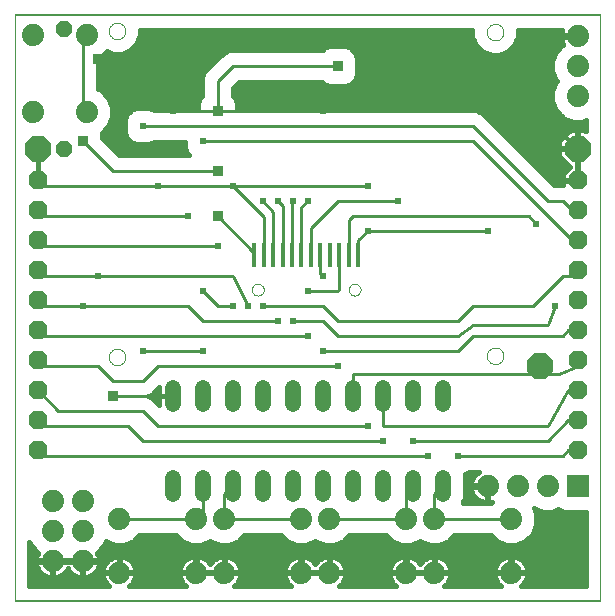
<source format=gtl>
G75*
G70*
%OFA0B0*%
%FSLAX24Y24*%
%IPPOS*%
%LPD*%
%AMOC8*
5,1,8,0,0,1.08239X$1,22.5*
%
%ADD10C,0.0000*%
%ADD11R,0.0157X0.0787*%
%ADD12OC8,0.0630*%
%ADD13OC8,0.0850*%
%ADD14C,0.0520*%
%ADD15C,0.0740*%
%ADD16R,0.0740X0.0740*%
%ADD17OC8,0.0520*%
%ADD18C,0.0100*%
%ADD19R,0.0240X0.0240*%
%ADD20C,0.0160*%
%ADD21R,0.0317X0.0317*%
%ADD22R,0.0356X0.0356*%
D10*
X000736Y000100D02*
X000736Y019663D01*
X020252Y019663D01*
X020250Y019628D02*
X020250Y000128D01*
X000750Y000128D01*
X000750Y019628D01*
X020250Y019628D01*
X016477Y019071D02*
X016479Y019104D01*
X016485Y019136D01*
X016494Y019167D01*
X016507Y019197D01*
X016524Y019225D01*
X016544Y019251D01*
X016567Y019275D01*
X016592Y019295D01*
X016620Y019313D01*
X016649Y019327D01*
X016680Y019337D01*
X016712Y019344D01*
X016745Y019347D01*
X016778Y019346D01*
X016810Y019341D01*
X016841Y019332D01*
X016872Y019320D01*
X016900Y019304D01*
X016927Y019285D01*
X016951Y019263D01*
X016972Y019238D01*
X016991Y019211D01*
X017006Y019182D01*
X017017Y019152D01*
X017025Y019120D01*
X017029Y019087D01*
X017029Y019055D01*
X017025Y019022D01*
X017017Y018990D01*
X017006Y018960D01*
X016991Y018931D01*
X016972Y018904D01*
X016951Y018879D01*
X016927Y018857D01*
X016900Y018838D01*
X016872Y018822D01*
X016841Y018810D01*
X016810Y018801D01*
X016778Y018796D01*
X016745Y018795D01*
X016712Y018798D01*
X016680Y018805D01*
X016649Y018815D01*
X016620Y018829D01*
X016592Y018847D01*
X016567Y018867D01*
X016544Y018891D01*
X016524Y018917D01*
X016507Y018945D01*
X016494Y018975D01*
X016485Y019006D01*
X016479Y019038D01*
X016477Y019071D01*
X011871Y010489D02*
X011873Y010516D01*
X011879Y010543D01*
X011888Y010569D01*
X011901Y010593D01*
X011917Y010616D01*
X011936Y010635D01*
X011958Y010652D01*
X011982Y010666D01*
X012007Y010676D01*
X012034Y010683D01*
X012061Y010686D01*
X012089Y010685D01*
X012116Y010680D01*
X012142Y010672D01*
X012166Y010660D01*
X012189Y010644D01*
X012210Y010626D01*
X012227Y010605D01*
X012242Y010581D01*
X012253Y010556D01*
X012261Y010530D01*
X012265Y010503D01*
X012265Y010475D01*
X012261Y010448D01*
X012253Y010422D01*
X012242Y010397D01*
X012227Y010373D01*
X012210Y010352D01*
X012189Y010334D01*
X012167Y010318D01*
X012142Y010306D01*
X012116Y010298D01*
X012089Y010293D01*
X012061Y010292D01*
X012034Y010295D01*
X012007Y010302D01*
X011982Y010312D01*
X011958Y010326D01*
X011936Y010343D01*
X011917Y010362D01*
X011901Y010385D01*
X011888Y010409D01*
X011879Y010435D01*
X011873Y010462D01*
X011871Y010489D01*
X008643Y010489D02*
X008645Y010516D01*
X008651Y010543D01*
X008660Y010569D01*
X008673Y010593D01*
X008689Y010616D01*
X008708Y010635D01*
X008730Y010652D01*
X008754Y010666D01*
X008779Y010676D01*
X008806Y010683D01*
X008833Y010686D01*
X008861Y010685D01*
X008888Y010680D01*
X008914Y010672D01*
X008938Y010660D01*
X008961Y010644D01*
X008982Y010626D01*
X008999Y010605D01*
X009014Y010581D01*
X009025Y010556D01*
X009033Y010530D01*
X009037Y010503D01*
X009037Y010475D01*
X009033Y010448D01*
X009025Y010422D01*
X009014Y010397D01*
X008999Y010373D01*
X008982Y010352D01*
X008961Y010334D01*
X008939Y010318D01*
X008914Y010306D01*
X008888Y010298D01*
X008861Y010293D01*
X008833Y010292D01*
X008806Y010295D01*
X008779Y010302D01*
X008754Y010312D01*
X008730Y010326D01*
X008708Y010343D01*
X008689Y010362D01*
X008673Y010385D01*
X008660Y010409D01*
X008651Y010435D01*
X008645Y010462D01*
X008643Y010489D01*
X003879Y008245D02*
X003881Y008278D01*
X003887Y008310D01*
X003896Y008341D01*
X003909Y008371D01*
X003926Y008399D01*
X003946Y008425D01*
X003969Y008449D01*
X003994Y008469D01*
X004022Y008487D01*
X004051Y008501D01*
X004082Y008511D01*
X004114Y008518D01*
X004147Y008521D01*
X004180Y008520D01*
X004212Y008515D01*
X004243Y008506D01*
X004274Y008494D01*
X004302Y008478D01*
X004329Y008459D01*
X004353Y008437D01*
X004374Y008412D01*
X004393Y008385D01*
X004408Y008356D01*
X004419Y008326D01*
X004427Y008294D01*
X004431Y008261D01*
X004431Y008229D01*
X004427Y008196D01*
X004419Y008164D01*
X004408Y008134D01*
X004393Y008105D01*
X004374Y008078D01*
X004353Y008053D01*
X004329Y008031D01*
X004302Y008012D01*
X004274Y007996D01*
X004243Y007984D01*
X004212Y007975D01*
X004180Y007970D01*
X004147Y007969D01*
X004114Y007972D01*
X004082Y007979D01*
X004051Y007989D01*
X004022Y008003D01*
X003994Y008021D01*
X003969Y008041D01*
X003946Y008065D01*
X003926Y008091D01*
X003909Y008119D01*
X003896Y008149D01*
X003887Y008180D01*
X003881Y008212D01*
X003879Y008245D01*
X000736Y000100D02*
X020252Y000100D01*
X016477Y008284D02*
X016479Y008317D01*
X016485Y008349D01*
X016494Y008380D01*
X016507Y008410D01*
X016524Y008438D01*
X016544Y008464D01*
X016567Y008488D01*
X016592Y008508D01*
X016620Y008526D01*
X016649Y008540D01*
X016680Y008550D01*
X016712Y008557D01*
X016745Y008560D01*
X016778Y008559D01*
X016810Y008554D01*
X016841Y008545D01*
X016872Y008533D01*
X016900Y008517D01*
X016927Y008498D01*
X016951Y008476D01*
X016972Y008451D01*
X016991Y008424D01*
X017006Y008395D01*
X017017Y008365D01*
X017025Y008333D01*
X017029Y008300D01*
X017029Y008268D01*
X017025Y008235D01*
X017017Y008203D01*
X017006Y008173D01*
X016991Y008144D01*
X016972Y008117D01*
X016951Y008092D01*
X016927Y008070D01*
X016900Y008051D01*
X016872Y008035D01*
X016841Y008023D01*
X016810Y008014D01*
X016778Y008009D01*
X016745Y008008D01*
X016712Y008011D01*
X016680Y008018D01*
X016649Y008028D01*
X016620Y008042D01*
X016592Y008060D01*
X016567Y008080D01*
X016544Y008104D01*
X016524Y008130D01*
X016507Y008158D01*
X016494Y008188D01*
X016485Y008219D01*
X016479Y008251D01*
X016477Y008284D01*
X003879Y019111D02*
X003881Y019144D01*
X003887Y019176D01*
X003896Y019207D01*
X003909Y019237D01*
X003926Y019265D01*
X003946Y019291D01*
X003969Y019315D01*
X003994Y019335D01*
X004022Y019353D01*
X004051Y019367D01*
X004082Y019377D01*
X004114Y019384D01*
X004147Y019387D01*
X004180Y019386D01*
X004212Y019381D01*
X004243Y019372D01*
X004274Y019360D01*
X004302Y019344D01*
X004329Y019325D01*
X004353Y019303D01*
X004374Y019278D01*
X004393Y019251D01*
X004408Y019222D01*
X004419Y019192D01*
X004427Y019160D01*
X004431Y019127D01*
X004431Y019095D01*
X004427Y019062D01*
X004419Y019030D01*
X004408Y019000D01*
X004393Y018971D01*
X004374Y018944D01*
X004353Y018919D01*
X004329Y018897D01*
X004302Y018878D01*
X004274Y018862D01*
X004243Y018850D01*
X004212Y018841D01*
X004180Y018836D01*
X004147Y018835D01*
X004114Y018838D01*
X004082Y018845D01*
X004051Y018855D01*
X004022Y018869D01*
X003994Y018887D01*
X003969Y018907D01*
X003946Y018931D01*
X003926Y018957D01*
X003909Y018985D01*
X003896Y019015D01*
X003887Y019046D01*
X003881Y019078D01*
X003879Y019111D01*
D11*
X008721Y011631D03*
X009036Y011631D03*
X009351Y011631D03*
X009666Y011631D03*
X009981Y011631D03*
X010296Y011631D03*
X010611Y011631D03*
X010926Y011631D03*
X011241Y011631D03*
X011556Y011631D03*
X011871Y011631D03*
X012186Y011631D03*
D12*
X019500Y012128D03*
X019500Y013128D03*
X019500Y014128D03*
X019500Y011128D03*
X019500Y010128D03*
X019500Y009128D03*
X019500Y008128D03*
X019500Y007128D03*
X019500Y006128D03*
X019500Y005128D03*
X001500Y005128D03*
X001500Y006128D03*
X001500Y007128D03*
X001500Y008128D03*
X001500Y009128D03*
X001500Y010128D03*
X001500Y011128D03*
X001500Y012128D03*
X001500Y013128D03*
X001500Y014128D03*
D13*
X001500Y015193D03*
X018250Y007943D03*
X019500Y015193D03*
D14*
X014998Y007203D02*
X014998Y006683D01*
X013998Y006683D02*
X013998Y007203D01*
X012998Y007203D02*
X012998Y006683D01*
X011998Y006683D02*
X011998Y007203D01*
X010998Y007203D02*
X010998Y006683D01*
X009998Y006683D02*
X009998Y007203D01*
X008998Y007203D02*
X008998Y006683D01*
X007998Y006683D02*
X007998Y007203D01*
X006998Y007203D02*
X006998Y006683D01*
X005998Y006683D02*
X005998Y007203D01*
X005998Y004203D02*
X005998Y003683D01*
X006998Y003683D02*
X006998Y004203D01*
X007998Y004203D02*
X007998Y003683D01*
X008998Y003683D02*
X008998Y004203D01*
X009998Y004203D02*
X009998Y003683D01*
X010998Y003683D02*
X010998Y004203D01*
X011998Y004203D02*
X011998Y003683D01*
X012998Y003683D02*
X012998Y004203D01*
X013998Y004203D02*
X013998Y003683D01*
X014998Y003683D02*
X014998Y004203D01*
D15*
X014720Y002833D03*
X013780Y002833D03*
X013780Y001053D03*
X014720Y001053D03*
X017280Y001053D03*
X017280Y002833D03*
X017500Y003943D03*
X016500Y003943D03*
X018500Y003943D03*
X011220Y002833D03*
X010280Y002833D03*
X010280Y001053D03*
X011220Y001053D03*
X007720Y001053D03*
X006780Y001053D03*
X006780Y002833D03*
X007720Y002833D03*
X004220Y002833D03*
X003000Y002443D03*
X003000Y003443D03*
X002000Y003443D03*
X002000Y002443D03*
X002000Y001443D03*
X003000Y001443D03*
X004220Y001053D03*
X003140Y016413D03*
X001360Y016413D03*
X001360Y018973D03*
X003140Y018973D03*
X019500Y018943D03*
X019500Y017943D03*
X019500Y016943D03*
D16*
X019500Y003943D03*
D17*
X002375Y015193D03*
X002375Y019193D03*
D18*
X003000Y018833D02*
X003000Y016443D01*
X003110Y016443D01*
X003140Y016413D01*
X003000Y015443D02*
X004000Y014443D01*
X007500Y014443D01*
X008000Y013943D02*
X005500Y013943D01*
X001500Y013943D01*
X001500Y014128D01*
X001500Y013128D02*
X001685Y012943D01*
X006500Y012943D01*
X007500Y012943D02*
X008721Y011721D01*
X008721Y011631D01*
X009036Y011631D02*
X009036Y012906D01*
X008000Y013943D01*
X012500Y013943D01*
X011500Y013443D02*
X013500Y013443D01*
X012500Y012443D02*
X016500Y012443D01*
X017875Y012943D02*
X018125Y012693D01*
X018112Y012693D01*
X017875Y012943D02*
X012000Y012943D01*
X011871Y012814D01*
X011871Y011631D01*
X012186Y011631D02*
X012186Y012129D01*
X012500Y012443D01*
X011556Y011631D02*
X011556Y010499D01*
X011500Y010443D01*
X010500Y010443D01*
X011000Y010943D02*
X010926Y011016D01*
X010926Y011631D01*
X010611Y011631D02*
X010611Y012554D01*
X011500Y013443D01*
X010500Y013443D02*
X010296Y013239D01*
X010296Y011631D01*
X009981Y011631D02*
X009981Y013424D01*
X010000Y013443D01*
X009666Y013276D02*
X009500Y013443D01*
X009666Y013276D02*
X009666Y011631D01*
X009351Y011631D02*
X009351Y013091D01*
X009000Y013443D01*
X007500Y011943D02*
X001685Y011943D01*
X001500Y012128D01*
X001500Y011128D02*
X001685Y010943D01*
X003500Y010943D01*
X008000Y010943D01*
X008500Y009943D01*
X008000Y009943D02*
X007500Y009943D01*
X007000Y010443D01*
X006500Y009943D02*
X003000Y009943D01*
X001685Y009943D01*
X001500Y010128D01*
X001500Y009128D02*
X001685Y008943D01*
X010500Y008943D01*
X011000Y008443D02*
X015500Y008443D01*
X016000Y008943D01*
X019000Y008943D01*
X019185Y009128D01*
X019500Y009128D01*
X018500Y009318D02*
X018750Y009943D01*
X018500Y009318D02*
X016000Y009318D01*
X015500Y008943D01*
X011500Y008943D01*
X011000Y009443D01*
X010000Y009443D01*
X009500Y009443D02*
X007000Y009443D01*
X006500Y009943D01*
X007000Y008443D02*
X005000Y008443D01*
X005500Y007943D02*
X005000Y007443D01*
X004000Y007443D01*
X003500Y007943D01*
X001685Y007943D01*
X001500Y008128D01*
X001500Y007128D02*
X002185Y006443D01*
X005000Y006443D01*
X005500Y005943D01*
X012500Y005943D01*
X013000Y005943D02*
X013000Y006941D01*
X012998Y006943D01*
X011998Y006943D02*
X011998Y007693D01*
X018875Y007693D01*
X019500Y007943D01*
X019500Y008128D01*
X019500Y007128D02*
X019185Y007128D01*
X018500Y005943D01*
X013000Y005943D01*
X013000Y005443D02*
X005000Y005443D01*
X004500Y005943D01*
X001685Y005943D01*
X001500Y006128D01*
X001500Y005128D02*
X001500Y004943D01*
X014500Y004943D01*
X014000Y005443D02*
X018500Y005443D01*
X019185Y006128D01*
X019500Y006128D01*
X019500Y005128D02*
X019185Y005128D01*
X019000Y004943D01*
X015500Y004943D01*
X014998Y003943D02*
X014720Y003664D01*
X014720Y002833D01*
X017280Y002833D01*
X013998Y003943D02*
X013780Y003724D01*
X013780Y002833D01*
X011220Y002833D01*
X010280Y002833D02*
X007720Y002833D01*
X007720Y003664D01*
X007998Y003943D01*
X007000Y003943D02*
X007000Y002943D01*
X006890Y002833D01*
X006780Y002833D01*
X004220Y002833D01*
X004000Y006943D02*
X005998Y006943D01*
X005500Y007943D02*
X011500Y007943D01*
X011500Y009443D02*
X015500Y009443D01*
X016000Y009943D01*
X018000Y009943D01*
X019000Y010943D01*
X019500Y010943D01*
X019500Y011128D01*
X019500Y011943D02*
X019500Y012128D01*
X019500Y011943D02*
X016000Y015443D01*
X007000Y015443D01*
X007500Y016443D02*
X007500Y017443D01*
X008000Y017943D01*
X011500Y017943D01*
X013000Y016943D02*
X017750Y016943D01*
X019500Y015193D01*
X019500Y015443D01*
X019500Y015193D02*
X018000Y016443D01*
X011000Y016443D01*
X006000Y016443D01*
X005000Y015943D02*
X016000Y015943D01*
X018500Y013443D01*
X019000Y013443D01*
X019500Y012943D01*
X019500Y013128D01*
X011500Y009443D02*
X011000Y009943D01*
X009000Y009943D01*
X003000Y018833D02*
X003140Y018973D01*
D19*
X006000Y016443D03*
X005000Y015943D03*
X007000Y015443D03*
X008000Y013943D03*
X009000Y013443D03*
X009500Y013443D03*
X010000Y013443D03*
X010500Y013443D03*
X012500Y013943D03*
X013500Y013443D03*
X012500Y012443D03*
X011000Y010943D03*
X010500Y010443D03*
X010000Y009443D03*
X009500Y009443D03*
X009000Y009943D03*
X008500Y009943D03*
X008000Y009943D03*
X007000Y010443D03*
X007500Y011943D03*
X006500Y012943D03*
X005500Y013943D03*
X003500Y010943D03*
X003000Y009943D03*
X005000Y008443D03*
X007000Y008443D03*
X010500Y008943D03*
X011000Y008443D03*
X011500Y007943D03*
X012500Y005943D03*
X013000Y005443D03*
X014000Y005443D03*
X014500Y004943D03*
X015500Y004943D03*
X018750Y009943D03*
X016500Y012443D03*
X018112Y012693D03*
X011000Y016443D03*
D20*
X011226Y017284D02*
X011050Y017357D01*
X010995Y017413D01*
X008220Y017413D01*
X008030Y017223D01*
X008030Y016948D01*
X008085Y016893D01*
X008158Y016716D01*
X008158Y016473D01*
X016105Y016473D01*
X016300Y016392D01*
X018720Y013973D01*
X019005Y013973D01*
X019005Y014118D01*
X019490Y014118D01*
X019490Y014138D01*
X019490Y014623D01*
X019480Y014623D01*
X019480Y015173D01*
X018895Y015173D01*
X018895Y014942D01*
X019249Y014588D01*
X019260Y014588D01*
X019005Y014333D01*
X019005Y014138D01*
X019490Y014138D01*
X019510Y014138D01*
X019510Y014623D01*
X019520Y014623D01*
X019520Y015173D01*
X019480Y015173D01*
X019480Y015213D01*
X019480Y015798D01*
X019249Y015798D01*
X018895Y015443D01*
X018895Y015213D01*
X019480Y015213D01*
X019520Y015213D01*
X019520Y015798D01*
X019751Y015798D01*
X019770Y015778D01*
X019770Y016134D01*
X019669Y016093D01*
X019331Y016093D01*
X019019Y016222D01*
X018779Y016461D01*
X018650Y016773D01*
X018650Y017112D01*
X018779Y017424D01*
X018798Y017443D01*
X018779Y017461D01*
X018650Y017773D01*
X018650Y018112D01*
X018779Y018424D01*
X019019Y018663D01*
X019024Y018665D01*
X018990Y018731D01*
X018964Y018814D01*
X018950Y018899D01*
X018950Y018923D01*
X019480Y018923D01*
X019480Y018963D01*
X018950Y018963D01*
X017509Y018963D01*
X017509Y018921D02*
X017509Y019148D01*
X018988Y019148D01*
X018964Y019071D01*
X018950Y018986D01*
X018950Y018963D01*
X018967Y018804D02*
X017460Y018804D01*
X017509Y018921D02*
X017394Y018643D01*
X017181Y018431D01*
X016903Y018316D01*
X016603Y018316D01*
X016325Y018431D01*
X016112Y018643D01*
X015997Y018921D01*
X015997Y019148D01*
X004910Y019148D01*
X004910Y018961D01*
X004795Y018683D01*
X004583Y018470D01*
X004305Y018355D01*
X004004Y018355D01*
X003807Y018437D01*
X003621Y018252D01*
X003530Y018214D01*
X003530Y017171D01*
X003621Y017133D01*
X003861Y016894D01*
X003990Y016582D01*
X003990Y016243D01*
X003861Y015931D01*
X003654Y015725D01*
X003658Y015716D01*
X003658Y015534D01*
X004220Y014973D01*
X006551Y014973D01*
X006473Y015051D01*
X006400Y015227D01*
X006400Y015413D01*
X005384Y015413D01*
X005215Y015343D01*
X004785Y015343D01*
X004608Y015416D01*
X004473Y015551D01*
X004400Y015727D01*
X004400Y016158D01*
X004473Y016334D01*
X004608Y016469D01*
X004785Y016543D01*
X005215Y016543D01*
X005384Y016473D01*
X006842Y016473D01*
X006842Y016716D01*
X006915Y016893D01*
X006970Y016948D01*
X006970Y017548D01*
X007051Y017743D01*
X007551Y018243D01*
X007700Y018392D01*
X007895Y018473D01*
X010995Y018473D01*
X011050Y018528D01*
X011226Y018601D01*
X011774Y018601D01*
X011950Y018528D01*
X012085Y018393D01*
X012158Y018216D01*
X012158Y017669D01*
X012085Y017493D01*
X011950Y017357D01*
X011774Y017284D01*
X011226Y017284D01*
X011030Y017378D02*
X008185Y017378D01*
X008030Y017219D02*
X018695Y017219D01*
X018650Y017061D02*
X008030Y017061D01*
X008076Y016902D02*
X018650Y016902D01*
X018662Y016744D02*
X008147Y016744D01*
X008158Y016585D02*
X018728Y016585D01*
X018814Y016427D02*
X016216Y016427D01*
X016424Y016268D02*
X018972Y016268D01*
X019290Y016110D02*
X016583Y016110D01*
X016741Y015951D02*
X019770Y015951D01*
X019756Y015793D02*
X019770Y015793D01*
X019520Y015793D02*
X019480Y015793D01*
X019480Y015634D02*
X019520Y015634D01*
X019520Y015476D02*
X019480Y015476D01*
X019480Y015317D02*
X019520Y015317D01*
X019520Y015159D02*
X019480Y015159D01*
X019480Y015000D02*
X019520Y015000D01*
X019520Y014842D02*
X019480Y014842D01*
X019480Y014683D02*
X019520Y014683D01*
X019510Y014525D02*
X019490Y014525D01*
X019490Y014366D02*
X019510Y014366D01*
X019510Y014208D02*
X019490Y014208D01*
X019197Y014525D02*
X018168Y014525D01*
X018326Y014366D02*
X019038Y014366D01*
X019005Y014208D02*
X018485Y014208D01*
X018643Y014049D02*
X019005Y014049D01*
X019154Y014683D02*
X018009Y014683D01*
X017851Y014842D02*
X018995Y014842D01*
X018895Y015000D02*
X017692Y015000D01*
X017534Y015159D02*
X018895Y015159D01*
X018895Y015317D02*
X017375Y015317D01*
X017217Y015476D02*
X018927Y015476D01*
X019086Y015634D02*
X017058Y015634D01*
X016900Y015793D02*
X019244Y015793D01*
X019710Y016110D02*
X019770Y016110D01*
X018760Y017378D02*
X011970Y017378D01*
X012103Y017536D02*
X018748Y017536D01*
X018683Y017695D02*
X012158Y017695D01*
X012158Y017853D02*
X018650Y017853D01*
X018650Y018012D02*
X012158Y018012D01*
X012158Y018170D02*
X018674Y018170D01*
X018740Y018329D02*
X016934Y018329D01*
X017237Y018487D02*
X018842Y018487D01*
X019001Y018646D02*
X017394Y018646D01*
X017509Y019121D02*
X018980Y019121D01*
X016572Y018329D02*
X012112Y018329D01*
X011991Y018487D02*
X016269Y018487D01*
X016112Y018646D02*
X004758Y018646D01*
X004845Y018804D02*
X016046Y018804D01*
X015997Y018963D02*
X004910Y018963D01*
X004910Y019121D02*
X015997Y019121D01*
X011009Y018487D02*
X004599Y018487D01*
X003698Y018329D02*
X007636Y018329D01*
X007478Y018170D02*
X003530Y018170D01*
X003530Y018012D02*
X007319Y018012D01*
X007161Y017853D02*
X003530Y017853D01*
X003530Y017695D02*
X007031Y017695D01*
X006970Y017536D02*
X003530Y017536D01*
X003530Y017378D02*
X006970Y017378D01*
X006970Y017219D02*
X003530Y017219D01*
X003694Y017061D02*
X006970Y017061D01*
X006924Y016902D02*
X003853Y016902D01*
X003923Y016744D02*
X006853Y016744D01*
X006842Y016585D02*
X003989Y016585D01*
X003990Y016427D02*
X004565Y016427D01*
X004446Y016268D02*
X003990Y016268D01*
X003935Y016110D02*
X004400Y016110D01*
X004400Y015951D02*
X003869Y015951D01*
X003722Y015793D02*
X004400Y015793D01*
X004439Y015634D02*
X003658Y015634D01*
X003717Y015476D02*
X004548Y015476D01*
X004192Y015000D02*
X006524Y015000D01*
X006428Y015159D02*
X004034Y015159D01*
X003875Y015317D02*
X006400Y015317D01*
X001500Y015193D02*
X001500Y014128D01*
X005561Y007254D02*
X005449Y007142D01*
X005300Y006993D01*
X005178Y006943D01*
X005300Y006892D01*
X005449Y006743D01*
X005561Y006631D01*
X005558Y006648D01*
X005558Y006943D01*
X005998Y006943D01*
X005998Y006943D01*
X005558Y006943D01*
X005558Y007237D01*
X005561Y007254D01*
X005558Y007234D02*
X005541Y007234D01*
X005558Y007075D02*
X005382Y007075D01*
X005241Y006917D02*
X005558Y006917D01*
X005558Y006758D02*
X005434Y006758D01*
X004892Y002303D02*
X006108Y002303D01*
X006299Y002112D01*
X006611Y001983D01*
X006949Y001983D01*
X007250Y002107D01*
X007551Y001983D01*
X007889Y001983D01*
X008201Y002112D01*
X008392Y002303D01*
X009608Y002303D01*
X009799Y002112D01*
X010111Y001983D01*
X010449Y001983D01*
X010750Y002107D01*
X011051Y001983D01*
X011389Y001983D01*
X011701Y002112D01*
X011892Y002303D01*
X013108Y002303D01*
X013299Y002112D01*
X013611Y001983D01*
X013949Y001983D01*
X014250Y002107D01*
X014551Y001983D01*
X014889Y001983D01*
X015201Y002112D01*
X015392Y002303D01*
X016608Y002303D01*
X016799Y002112D01*
X017111Y001983D01*
X017449Y001983D01*
X017761Y002112D01*
X018001Y002351D01*
X018130Y002663D01*
X018130Y003002D01*
X018043Y003212D01*
X018331Y003093D01*
X018669Y003093D01*
X018854Y003169D01*
X018858Y003166D01*
X019035Y003093D01*
X019770Y003093D01*
X019770Y000608D01*
X017603Y000608D01*
X017638Y000633D01*
X017700Y000694D01*
X017750Y000764D01*
X017790Y000841D01*
X017816Y000924D01*
X017830Y001009D01*
X017830Y001033D01*
X017300Y001033D01*
X017300Y001073D01*
X017260Y001073D01*
X017260Y001603D01*
X017237Y001603D01*
X017151Y001589D01*
X017069Y001562D01*
X016992Y001523D01*
X016922Y001472D01*
X016860Y001411D01*
X016810Y001341D01*
X016770Y001264D01*
X016744Y001181D01*
X016730Y001096D01*
X016730Y001073D01*
X017260Y001073D01*
X017260Y001033D01*
X016730Y001033D01*
X016730Y001009D01*
X016744Y000924D01*
X016770Y000841D01*
X016810Y000764D01*
X016860Y000694D01*
X016922Y000633D01*
X016957Y000608D01*
X015043Y000608D01*
X015078Y000633D01*
X015140Y000694D01*
X015190Y000764D01*
X015230Y000841D01*
X015256Y000924D01*
X015270Y001009D01*
X015270Y001033D01*
X014740Y001033D01*
X014740Y001073D01*
X014700Y001073D01*
X014700Y001603D01*
X014677Y001603D01*
X014591Y001589D01*
X014509Y001562D01*
X014432Y001523D01*
X014362Y001472D01*
X014300Y001411D01*
X014250Y001341D01*
X014200Y001411D01*
X014138Y001472D01*
X014068Y001523D01*
X013991Y001562D01*
X013909Y001589D01*
X013823Y001603D01*
X013800Y001603D01*
X013800Y001073D01*
X013760Y001073D01*
X013760Y001603D01*
X013737Y001603D01*
X013651Y001589D01*
X013569Y001562D01*
X013492Y001523D01*
X013422Y001472D01*
X013360Y001411D01*
X013310Y001341D01*
X013270Y001264D01*
X013244Y001181D01*
X013230Y001096D01*
X013230Y001073D01*
X013760Y001073D01*
X013760Y001033D01*
X013230Y001033D01*
X013230Y001009D01*
X013244Y000924D01*
X013270Y000841D01*
X013310Y000764D01*
X013360Y000694D01*
X013422Y000633D01*
X013457Y000608D01*
X011543Y000608D01*
X011578Y000633D01*
X011640Y000694D01*
X011690Y000764D01*
X011730Y000841D01*
X011756Y000924D01*
X011770Y001009D01*
X011770Y001033D01*
X011240Y001033D01*
X011240Y001073D01*
X011200Y001073D01*
X011200Y001603D01*
X011177Y001603D01*
X011091Y001589D01*
X011009Y001562D01*
X010932Y001523D01*
X010862Y001472D01*
X010800Y001411D01*
X010750Y001341D01*
X010700Y001411D01*
X010638Y001472D01*
X010568Y001523D01*
X010491Y001562D01*
X010409Y001589D01*
X010323Y001603D01*
X010300Y001603D01*
X010300Y001073D01*
X010260Y001073D01*
X010260Y001603D01*
X010237Y001603D01*
X010151Y001589D01*
X010069Y001562D01*
X009992Y001523D01*
X009922Y001472D01*
X009860Y001411D01*
X009810Y001341D01*
X009770Y001264D01*
X009744Y001181D01*
X009730Y001096D01*
X009730Y001073D01*
X010260Y001073D01*
X010260Y001033D01*
X009730Y001033D01*
X009730Y001009D01*
X009744Y000924D01*
X009770Y000841D01*
X009810Y000764D01*
X009860Y000694D01*
X009922Y000633D01*
X009957Y000608D01*
X008043Y000608D01*
X008078Y000633D01*
X008140Y000694D01*
X008190Y000764D01*
X008230Y000841D01*
X008256Y000924D01*
X008270Y001009D01*
X008270Y001033D01*
X007740Y001033D01*
X007740Y001073D01*
X007700Y001073D01*
X007700Y001603D01*
X007677Y001603D01*
X007591Y001589D01*
X007509Y001562D01*
X007432Y001523D01*
X007362Y001472D01*
X007300Y001411D01*
X007250Y001341D01*
X007200Y001411D01*
X007138Y001472D01*
X007068Y001523D01*
X006991Y001562D01*
X006909Y001589D01*
X006823Y001603D01*
X006800Y001603D01*
X006800Y001073D01*
X006760Y001073D01*
X006760Y001603D01*
X006737Y001603D01*
X006651Y001589D01*
X006569Y001562D01*
X006492Y001523D01*
X006422Y001472D01*
X006360Y001411D01*
X006310Y001341D01*
X006270Y001264D01*
X006244Y001181D01*
X006230Y001096D01*
X006230Y001073D01*
X006760Y001073D01*
X006760Y001033D01*
X006230Y001033D01*
X006230Y001009D01*
X006244Y000924D01*
X006270Y000841D01*
X006310Y000764D01*
X006360Y000694D01*
X006422Y000633D01*
X006457Y000608D01*
X004543Y000608D01*
X004578Y000633D01*
X004640Y000694D01*
X004690Y000764D01*
X004730Y000841D01*
X004756Y000924D01*
X004770Y001009D01*
X004770Y001033D01*
X004240Y001033D01*
X004240Y001073D01*
X004200Y001073D01*
X004200Y001603D01*
X004177Y001603D01*
X004091Y001589D01*
X004009Y001562D01*
X003932Y001523D01*
X003862Y001472D01*
X003800Y001411D01*
X003750Y001341D01*
X003710Y001264D01*
X003684Y001181D01*
X003670Y001096D01*
X003670Y001073D01*
X004200Y001073D01*
X004200Y001033D01*
X003670Y001033D01*
X003670Y001009D01*
X003684Y000924D01*
X003710Y000841D01*
X003750Y000764D01*
X003800Y000694D01*
X003862Y000633D01*
X003897Y000608D01*
X001230Y000608D01*
X001230Y002080D01*
X001279Y001961D01*
X001519Y001722D01*
X001524Y001720D01*
X001490Y001654D01*
X001464Y001571D01*
X001450Y001486D01*
X001450Y001463D01*
X001980Y001463D01*
X001980Y001423D01*
X001450Y001423D01*
X001450Y001399D01*
X001464Y001314D01*
X001490Y001231D01*
X001530Y001154D01*
X001580Y001084D01*
X001642Y001023D01*
X001712Y000972D01*
X001789Y000933D01*
X001871Y000906D01*
X001957Y000893D01*
X001980Y000893D01*
X001980Y001423D01*
X002020Y001423D01*
X002020Y001463D01*
X002550Y001463D01*
X002980Y001463D01*
X002980Y001423D01*
X002020Y001423D01*
X002020Y000893D01*
X002043Y000893D01*
X002129Y000906D01*
X002211Y000933D01*
X002288Y000972D01*
X002358Y001023D01*
X002420Y001084D01*
X002470Y001154D01*
X002500Y001212D01*
X002530Y001154D01*
X002580Y001084D01*
X002642Y001023D01*
X002712Y000972D01*
X002789Y000933D01*
X002871Y000906D01*
X002957Y000893D01*
X002980Y000893D01*
X002980Y001423D01*
X003020Y001423D01*
X003020Y001463D01*
X003550Y001463D01*
X003550Y001486D01*
X003536Y001571D01*
X003510Y001654D01*
X003476Y001720D01*
X003481Y001722D01*
X003721Y001961D01*
X003777Y002096D01*
X004051Y001983D01*
X004389Y001983D01*
X004701Y002112D01*
X004892Y002303D01*
X004751Y002162D02*
X006249Y002162D01*
X006561Y002003D02*
X004439Y002003D01*
X004349Y001589D02*
X004263Y001603D01*
X004240Y001603D01*
X004240Y001073D01*
X004770Y001073D01*
X004770Y001096D01*
X004756Y001181D01*
X004730Y001264D01*
X004690Y001341D01*
X004640Y001411D01*
X004578Y001472D01*
X004508Y001523D01*
X004431Y001562D01*
X004349Y001589D01*
X004240Y001528D02*
X004200Y001528D01*
X004200Y001369D02*
X004240Y001369D01*
X004240Y001211D02*
X004200Y001211D01*
X004200Y001052D02*
X003387Y001052D01*
X003358Y001023D02*
X003420Y001084D01*
X003470Y001154D01*
X003510Y001231D01*
X003536Y001314D01*
X003550Y001399D01*
X003550Y001423D01*
X003020Y001423D01*
X003020Y000893D01*
X003043Y000893D01*
X003129Y000906D01*
X003211Y000933D01*
X003288Y000972D01*
X003358Y001023D01*
X003499Y001211D02*
X003693Y001211D01*
X003770Y001369D02*
X003545Y001369D01*
X003543Y001528D02*
X003941Y001528D01*
X003604Y001845D02*
X019770Y001845D01*
X019770Y002003D02*
X017499Y002003D01*
X017811Y002162D02*
X019770Y002162D01*
X019770Y002320D02*
X017970Y002320D01*
X018053Y002479D02*
X019770Y002479D01*
X019770Y002637D02*
X018119Y002637D01*
X018130Y002796D02*
X019770Y002796D01*
X019770Y002954D02*
X018130Y002954D01*
X018084Y003113D02*
X018283Y003113D01*
X018717Y003113D02*
X018986Y003113D01*
X019770Y001686D02*
X003493Y001686D01*
X003738Y002003D02*
X004001Y002003D01*
X004499Y001528D02*
X006501Y001528D01*
X006330Y001369D02*
X004670Y001369D01*
X004747Y001211D02*
X006253Y001211D01*
X006253Y000894D02*
X004747Y000894D01*
X004669Y000735D02*
X006331Y000735D01*
X006760Y001052D02*
X004240Y001052D01*
X003771Y000735D02*
X001230Y000735D01*
X001230Y000894D02*
X001950Y000894D01*
X001980Y000894D02*
X002020Y000894D01*
X002050Y000894D02*
X002950Y000894D01*
X002980Y000894D02*
X003020Y000894D01*
X003050Y000894D02*
X003693Y000894D01*
X003020Y001052D02*
X002980Y001052D01*
X002980Y001211D02*
X003020Y001211D01*
X003020Y001369D02*
X002980Y001369D01*
X002613Y001052D02*
X002387Y001052D01*
X002499Y001211D02*
X002501Y001211D01*
X002020Y001211D02*
X001980Y001211D01*
X001980Y001369D02*
X002020Y001369D01*
X002020Y001052D02*
X001980Y001052D01*
X001613Y001052D02*
X001230Y001052D01*
X001230Y001211D02*
X001501Y001211D01*
X001455Y001369D02*
X001230Y001369D01*
X001230Y001528D02*
X001457Y001528D01*
X001507Y001686D02*
X001230Y001686D01*
X001230Y001845D02*
X001396Y001845D01*
X001262Y002003D02*
X001230Y002003D01*
X006760Y001528D02*
X006800Y001528D01*
X006800Y001369D02*
X006760Y001369D01*
X006760Y001211D02*
X006800Y001211D01*
X006800Y001073D02*
X007700Y001073D01*
X007700Y001033D01*
X007170Y001033D01*
X006800Y001033D01*
X006800Y001073D01*
X006800Y001052D02*
X007700Y001052D01*
X007740Y001052D02*
X010260Y001052D01*
X010300Y001052D02*
X011200Y001052D01*
X011200Y001033D02*
X010830Y001033D01*
X010300Y001033D01*
X010300Y001073D01*
X011200Y001073D01*
X011200Y001033D01*
X011240Y001052D02*
X013760Y001052D01*
X013800Y001052D02*
X014700Y001052D01*
X014700Y001033D02*
X014170Y001033D01*
X013800Y001033D01*
X013800Y001073D01*
X014700Y001073D01*
X014700Y001033D01*
X014740Y001052D02*
X017260Y001052D01*
X017300Y001052D02*
X019770Y001052D01*
X019770Y000894D02*
X017807Y000894D01*
X017729Y000735D02*
X019770Y000735D01*
X019770Y001211D02*
X017807Y001211D01*
X017816Y001181D02*
X017790Y001264D01*
X017750Y001341D01*
X017700Y001411D01*
X017638Y001472D01*
X017568Y001523D01*
X017491Y001562D01*
X017409Y001589D01*
X017323Y001603D01*
X017300Y001603D01*
X017300Y001073D01*
X017830Y001073D01*
X017830Y001096D01*
X017816Y001181D01*
X017730Y001369D02*
X019770Y001369D01*
X019770Y001528D02*
X017559Y001528D01*
X017300Y001528D02*
X017260Y001528D01*
X017260Y001369D02*
X017300Y001369D01*
X017300Y001211D02*
X017260Y001211D01*
X017001Y001528D02*
X014999Y001528D01*
X015008Y001523D02*
X014931Y001562D01*
X014849Y001589D01*
X014763Y001603D01*
X014740Y001603D01*
X014740Y001073D01*
X015270Y001073D01*
X015270Y001096D01*
X015256Y001181D01*
X015230Y001264D01*
X015190Y001341D01*
X015140Y001411D01*
X015078Y001472D01*
X015008Y001523D01*
X015170Y001369D02*
X016830Y001369D01*
X016753Y001211D02*
X015247Y001211D01*
X015247Y000894D02*
X016753Y000894D01*
X016831Y000735D02*
X015169Y000735D01*
X014740Y001211D02*
X014700Y001211D01*
X014700Y001369D02*
X014740Y001369D01*
X014740Y001528D02*
X014700Y001528D01*
X014441Y001528D02*
X014059Y001528D01*
X014230Y001369D02*
X014270Y001369D01*
X013800Y001369D02*
X013760Y001369D01*
X013760Y001211D02*
X013800Y001211D01*
X013800Y001528D02*
X013760Y001528D01*
X013501Y001528D02*
X011499Y001528D01*
X011508Y001523D02*
X011431Y001562D01*
X011349Y001589D01*
X011263Y001603D01*
X011240Y001603D01*
X011240Y001073D01*
X011770Y001073D01*
X011770Y001096D01*
X011756Y001181D01*
X011730Y001264D01*
X011690Y001341D01*
X011640Y001411D01*
X011578Y001472D01*
X011508Y001523D01*
X011670Y001369D02*
X013330Y001369D01*
X013253Y001211D02*
X011747Y001211D01*
X011747Y000894D02*
X013253Y000894D01*
X013331Y000735D02*
X011669Y000735D01*
X011240Y001211D02*
X011200Y001211D01*
X011200Y001369D02*
X011240Y001369D01*
X011240Y001528D02*
X011200Y001528D01*
X010941Y001528D02*
X010559Y001528D01*
X010730Y001369D02*
X010770Y001369D01*
X010300Y001369D02*
X010260Y001369D01*
X010260Y001211D02*
X010300Y001211D01*
X010300Y001528D02*
X010260Y001528D01*
X010001Y001528D02*
X007999Y001528D01*
X008008Y001523D02*
X007931Y001562D01*
X007849Y001589D01*
X007763Y001603D01*
X007740Y001603D01*
X007740Y001073D01*
X008270Y001073D01*
X008270Y001096D01*
X008256Y001181D01*
X008230Y001264D01*
X008190Y001341D01*
X008140Y001411D01*
X008078Y001472D01*
X008008Y001523D01*
X008170Y001369D02*
X009830Y001369D01*
X009753Y001211D02*
X008247Y001211D01*
X008247Y000894D02*
X009753Y000894D01*
X009831Y000735D02*
X008169Y000735D01*
X007740Y001211D02*
X007700Y001211D01*
X007700Y001369D02*
X007740Y001369D01*
X007740Y001528D02*
X007700Y001528D01*
X007441Y001528D02*
X007059Y001528D01*
X007230Y001369D02*
X007270Y001369D01*
X007501Y002003D02*
X006999Y002003D01*
X007939Y002003D02*
X010061Y002003D01*
X009749Y002162D02*
X008251Y002162D01*
X010499Y002003D02*
X011001Y002003D01*
X011439Y002003D02*
X013561Y002003D01*
X013249Y002162D02*
X011751Y002162D01*
X013999Y002003D02*
X014501Y002003D01*
X014939Y002003D02*
X017061Y002003D01*
X016749Y002162D02*
X015251Y002162D01*
X015666Y003363D02*
X015738Y003535D01*
X015738Y004350D01*
X015737Y004352D01*
X015884Y004413D01*
X016211Y004413D01*
X016142Y004362D01*
X016080Y004301D01*
X016030Y004231D01*
X015990Y004154D01*
X015964Y004071D01*
X015950Y003986D01*
X015950Y003963D01*
X016480Y003963D01*
X016480Y003923D01*
X015950Y003923D01*
X015950Y003899D01*
X015964Y003814D01*
X015990Y003731D01*
X016030Y003654D01*
X016080Y003584D01*
X016142Y003523D01*
X016212Y003472D01*
X016289Y003433D01*
X016371Y003406D01*
X016457Y003393D01*
X016480Y003393D01*
X016480Y003923D01*
X016520Y003923D01*
X016520Y003393D01*
X016543Y003393D01*
X016629Y003406D01*
X016662Y003417D01*
X016608Y003363D01*
X015666Y003363D01*
X015694Y003430D02*
X016299Y003430D01*
X016480Y003430D02*
X016520Y003430D01*
X016520Y003588D02*
X016480Y003588D01*
X016480Y003747D02*
X016520Y003747D01*
X016520Y003905D02*
X016480Y003905D01*
X016078Y003588D02*
X015738Y003588D01*
X015738Y003747D02*
X015985Y003747D01*
X015950Y003905D02*
X015738Y003905D01*
X015738Y004064D02*
X015962Y004064D01*
X016025Y004222D02*
X015738Y004222D01*
X015807Y004381D02*
X016167Y004381D01*
D21*
X003500Y018193D03*
D22*
X003000Y015443D03*
X007500Y016443D03*
X007500Y014443D03*
X007500Y012943D03*
X011500Y017943D03*
X013000Y016943D03*
X004000Y006943D03*
M02*

</source>
